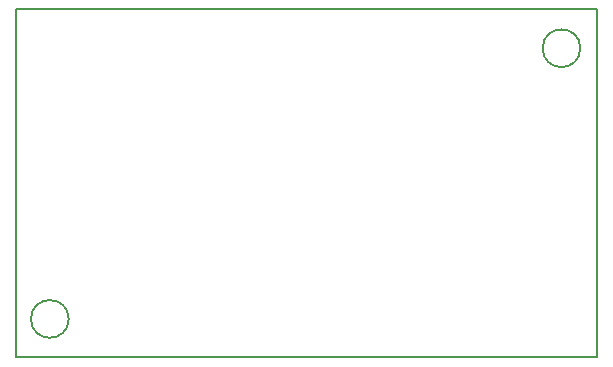
<source format=gbr>
%TF.GenerationSoftware,KiCad,Pcbnew,(6.0.2)*%
%TF.CreationDate,2022-10-19T14:59:14+05:30*%
%TF.ProjectId,psu,7073752e-6b69-4636-9164-5f7063625858,rev?*%
%TF.SameCoordinates,Original*%
%TF.FileFunction,Profile,NP*%
%FSLAX46Y46*%
G04 Gerber Fmt 4.6, Leading zero omitted, Abs format (unit mm)*
G04 Created by KiCad (PCBNEW (6.0.2)) date 2022-10-19 14:59:14*
%MOMM*%
%LPD*%
G01*
G04 APERTURE LIST*
%TA.AperFunction,Profile*%
%ADD10C,0.200000*%
%TD*%
G04 APERTURE END LIST*
D10*
X122180000Y-70290000D02*
X171420000Y-70290000D01*
X171420000Y-70290000D02*
X171420000Y-99720000D01*
X171420000Y-99720000D02*
X122180000Y-99720000D01*
X122180000Y-99720000D02*
X122180000Y-70290000D01*
X126655055Y-96490000D02*
G75*
G03*
X126655055Y-96490000I-1595055J0D01*
G01*
X169975055Y-73570000D02*
G75*
G03*
X169975055Y-73570000I-1595055J0D01*
G01*
M02*

</source>
